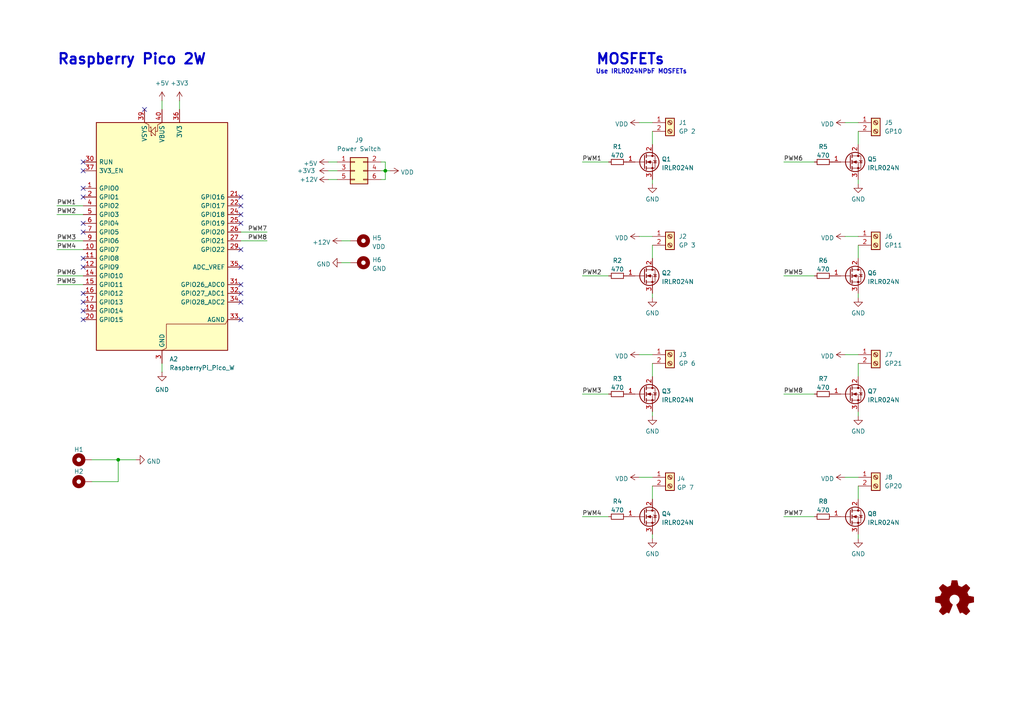
<source format=kicad_sch>
(kicad_sch (version 20250114) (generator "eeschema") (generator_version "9.0")
  (paper "A4")
  (title_block (title "HAPico") (date "2026-01-11") (rev "01") (comment 1 "Author: Martin Weigel") (comment 4 "MOSFET board for the Raspberry Pi 2W"))
  (lib_symbols
    (symbol "+5V_1" (power) (pin_numbers (hide yes)) (pin_names (offset 0) (hide yes))
      (property "Value" "+5V" (at 0 3.556 0))
      (symbol "+5V_1_0_1"
        (polyline (pts (xy -0.762 1.27) (xy 0 2.54)))
        (polyline (pts (xy 0 2.54) (xy 0.762 1.27)))
        (polyline (pts (xy 0 0) (xy 0 2.54)))
      )
      (symbol "+5V_1_1_1"
        (pin power_in line (at 0 0 90) (length 0) (name "~") (number "1"))
      )
    )
    (symbol "Connector:Screw_Terminal_01x02" (pin_names (offset 1.016) (hide yes))
      (property "Reference" "J" (at 0 2.54 0))
      (property "Value" "Screw_Terminal_01x02" (at 0 -5.08 0))
      (symbol "Screw_Terminal_01x02_1_1"
        (rectangle (start -1.27 1.27) (end 1.27 -3.81) (stroke (width 0.254)) (fill (type background)))
        (polyline (pts (xy -0.5334 0.3302) (xy 0.3302 -0.508)) (stroke (width 0.1524)))
        (polyline (pts (xy -0.5334 -2.2098) (xy 0.3302 -3.048)) (stroke (width 0.1524)))
        (polyline (pts (xy -0.3556 0.508) (xy 0.508 -0.3302)) (stroke (width 0.1524)))
        (polyline (pts (xy -0.3556 -2.032) (xy 0.508 -2.8702)) (stroke (width 0.1524)))
        (circle (center 0 0) (radius 0.635) (stroke (width 0.1524)))
        (circle (center 0 -2.54) (radius 0.635) (stroke (width 0.1524)))
        (pin passive line (at -5.08 0 0) (length 3.81) (name "Pin_1") (number "1"))
        (pin passive line (at -5.08 -2.54 0) (length 3.81) (name "Pin_2") (number "2"))
      )
    )
    (symbol "Connector_Generic:Conn_02x03_Odd_Even" (pin_names (offset 1.016) (hide yes))
      (property "Reference" "J" (at 1.27 5.08 0))
      (property "Value" "Conn_02x03_Odd_Even" (at 1.27 -5.08 0))
      (symbol "Conn_02x03_Odd_Even_1_1"
        (rectangle (start -1.27 3.81) (end 3.81 -3.81) (stroke (width 0.254)) (fill (type background)))
        (rectangle (start -1.27 2.667) (end 0 2.413) (stroke (width 0.1524)))
        (rectangle (start -1.27 0.127) (end 0 -0.127) (stroke (width 0.1524)))
        (rectangle (start -1.27 -2.413) (end 0 -2.667) (stroke (width 0.1524)))
        (rectangle (start 3.81 2.667) (end 2.54 2.413) (stroke (width 0.1524)))
        (rectangle (start 3.81 0.127) (end 2.54 -0.127) (stroke (width 0.1524)))
        (rectangle (start 3.81 -2.413) (end 2.54 -2.667) (stroke (width 0.1524)))
        (pin passive line (at -5.08 2.54 0) (length 3.81) (name "Pin_1") (number "1"))
        (pin passive line (at -5.08 0 0) (length 3.81) (name "Pin_3") (number "3"))
        (pin passive line (at -5.08 -2.54 0) (length 3.81) (name "Pin_5") (number "5"))
        (pin passive line (at 7.62 2.54 180) (length 3.81) (name "Pin_2") (number "2"))
        (pin passive line (at 7.62 0 180) (length 3.81) (name "Pin_4") (number "4"))
        (pin passive line (at 7.62 -2.54 180) (length 3.81) (name "Pin_6") (number "6"))
      )
    )
    (symbol "Device:R_Small" (pin_numbers (hide yes)) (pin_names (offset 0.254) (hide yes))
      (property "Reference" "R" (at 0.762 0.508 0))
      (property "Value" "R_Small" (at 0.762 -1.016 0))
      (symbol "R_Small_0_1"
        (rectangle (start -0.762 1.778) (end 0.762 -1.778) (stroke (width 0.2032)))
      )
      (symbol "R_Small_1_1"
        (pin passive line (at 0 2.54 270) (length 0.762) (name "~") (number "1"))
        (pin passive line (at 0 -2.54 90) (length 0.762) (name "~") (number "2"))
      )
    )
    (symbol "GND_1" (power) (pin_numbers (hide yes)) (pin_names (offset 0) (hide yes))
      (property "Value" "GND" (at 0 -3.81 0))
      (symbol "GND_1_0_1"
        (polyline (pts (xy 0 0) (xy 0 -1.27) (xy 1.27 -1.27) (xy 0 -2.54) (xy -1.27 -1.27) (xy 0 -1.27)))
      )
      (symbol "GND_1_1_1"
        (pin power_in line (at 0 0 270) (length 0) (name "~") (number "1"))
      )
    )
    (symbol "Graphic:Logo_Open_Hardware_Small" (pin_names (offset 1.016))
      (symbol "Logo_Open_Hardware_Small_0_1"
        (polyline (pts (xy 3.3528 -4.3434) (xy 3.302 -4.318) (xy 3.175 -4.2418) (xy 2.9972 -4.1148) (xy 2.7686 -3.9624) (xy 2.54 -3.81) (xy 2.3622 -3.7084) (xy 2.2352 -3.6068) (xy 2.1844 -3.5814) (xy 2.159 -3.6068) (xy 2.0574 -3.6576) (xy 1.905 -3.7338) (xy 1.8034 -3.7846) (xy 1.6764 -3.8354) (xy 1.6002 -3.8354) (xy 1.6002 -3.8354) (xy 1.5494 -3.7338) (xy 1.4732 -3.5306) (xy 1.3462 -3.302) (xy 1.2446 -3.0226) (xy 1.1176 -2.7178) (xy 0.9652 -2.413) (xy 0.8636 -2.1082) (xy 0.7366 -1.8288) (xy 0.6604 -1.6256) (xy 0.6096 -1.4732) (xy 0.5842 -1.397) (xy 0.5842 -1.397) (xy 0.6604 -1.3208) (xy 0.7874 -1.2446) (xy 1.0414 -1.016) (xy 1.2954 -0.6858) (xy 1.4478 -0.3302) (xy 1.524 0.0762) (xy 1.4732 0.4572) (xy 1.3208 0.8128) (xy 1.0668 1.143) (xy 0.762 1.3716) (xy 0.4064 1.524) (xy 0 1.5748) (xy -0.381 1.5494) (xy -0.7366 1.397) (xy -1.0668 1.143) (xy -1.2192 0.9906) (xy -1.397 0.6604) (xy -1.524 0.3048) (xy -1.524 0.2286) (xy -1.4986 -0.1778) (xy -1.397 -0.5334) (xy -1.1938 -0.8636) (xy -0.9144 -1.143) (xy -0.8636 -1.1684) (xy -0.7366 -1.27) (xy -0.635 -1.3462) (xy -0.5842 -1.397) (xy -1.0668 -2.5908) (xy -1.143 -2.794) (xy -1.2954 -3.1242) (xy -1.397 -3.4036) (xy -1.4986 -3.6322) (xy -1.5748 -3.7846) (xy -1.6002 -3.8354) (xy -1.6002 -3.8354) (xy -1.651 -3.8354) (xy -1.7272 -3.81) (xy -1.905 -3.7338) (xy -2.0066 -3.683) (xy -2.1336 -3.6068) (xy -2.2098 -3.5814) (xy -2.2606 -3.6068) (xy -2.3622 -3.683) (xy -2.54 -3.81) (xy -2.7686 -3.9624) (xy -2.9718 -4.0894) (xy -3.1496 -4.2164) (xy -3.302 -4.318) (xy -3.3528 -4.3434) (xy -3.3782 -4.3434) (xy -3.429 -4.318) (xy -3.5306 -4.2164) (xy -3.7084 -4.064) (xy -3.937 -3.8354) (xy -3.9624 -3.81) (xy -4.1656 -3.6068) (xy -4.318 -3.4544) (xy -4.4196 -3.3274) (xy -4.445 -3.2766) (xy -4.445 -3.2766) (xy -4.4196 -3.2258) (xy -4.318 -3.0734) (xy -4.2164 -2.8956) (xy -4.064 -2.667) (xy -3.6576 -2.0828) (xy -3.8862 -1.5494) (xy -3.937 -1.3716) (xy -4.0386 -1.1684) (xy -4.0894 -1.0414) (xy -4.1148 -0.9652) (xy -4.191 -0.9398) (xy -4.318 -0.9144) (xy -4.5466 -0.8636) (xy -4.8006 -0.8128) (xy -5.0546 -0.7874) (xy -5.2578 -0.7366) (xy -5.4356 -0.7112) (xy -5.5118 -0.6858) (xy -5.5118 -0.6858) (xy -5.5372 -0.635) (xy -5.5372 -0.5588) (xy -5.5372 -0.4318) (xy -5.5626 -0.2286) (xy -5.5626 0.0762) (xy -5.5626 0.127) (xy -5.5372 0.4064) (xy -5.5372 0.635) (xy -5.5372 0.762) (xy -5.5372 0.8382) (xy -5.5372 0.8382) (xy -5.461 0.8382) (xy -5.3086 0.889) (xy -5.08 0.9144) (xy -4.826 0.9652) (xy -4.8006 0.9906) (xy -4.5466 1.0414) (xy -4.318 1.0668) (xy -4.1656 1.1176) (xy -4.0894 1.143) (xy -4.0894 1.143) (xy -4.0386 1.2446) (xy -3.9624 1.4224) (xy -3.8608 1.6256) (xy -3.7846 1.8288) (xy -3.7084 2.0066) (xy -3.6576 2.159) (xy -3.6322 2.2098) (xy -3.6322 2.2098) (xy -3.683 2.286) (xy -3.7592 2.413) (xy -3.8862 2.5908) (xy -4.064 2.8194) (xy -4.064 2.8448) (xy -4.2164 3.0734) (xy -4.3434 3.2512) (xy -4.4196 3.3782) (xy -4.445 3.4544) (xy -4.445 3.4544) (xy -4.3942 3.5052) (xy -4.2926 3.6322) (xy -4.1148 3.81) (xy -3.937 4.0132) (xy -3.8608 4.064) (xy -3.6576 4.2926) (xy -3.5052 4.4196) (xy -3.4036 4.4958) (xy -3.3528 4.5212) (xy -3.3528 4.5212) (xy -3.302 4.4704) (xy -3.1496 4.3688) (xy -2.9718 4.2418) (xy -2.7432 4.0894) (xy -2.7178 4.0894) (xy -2.4892 3.937) (xy -2.3114 3.81) (xy -2.1844 3.7084) (xy -2.1336 3.683) (xy -2.1082 3.683) (xy -2.032 3.7084) (xy -1.8542 3.7592) (xy -1.6764 3.8354) (xy -1.4732 3.937) (xy -1.27 4.0132) (xy -1.143 4.064) (xy -1.0668 4.1148) (xy -1.0668 4.1148) (xy -1.0414 4.191) (xy -1.016 4.3434) (xy -0.9652 4.572) (xy -0.9144 4.8514) (xy -0.889 4.9022) (xy -0.8382 5.1562) (xy -0.8128 5.3848) (xy -0.7874 5.5372) (xy -0.762 5.588) (xy -0.7112 5.6134) (xy -0.5842 5.6134) (xy -0.4064 5.6134) (xy -0.1524 5.6134) (xy 0.0762 5.6134) (xy 0.3302 5.6134) (xy 0.5334 5.6134) (xy 0.6858 5.588) (xy 0.7366 5.588) (xy 0.7366 5.588) (xy 0.762 5.5118) (xy 0.8128 5.334) (xy 0.8382 5.1054) (xy 0.9144 4.826) (xy 0.9144 4.7752) (xy 0.9652 4.5212) (xy 1.016 4.2926) (xy 1.0414 4.1402) (xy 1.0668 4.0894) (xy 1.0668 4.0894) (xy 1.1938 4.0386) (xy 1.3716 3.9624) (xy 1.5748 3.8608) (xy 2.0828 3.6576) (xy 2.7178 4.0894) (xy 2.7686 4.1402) (xy 2.9972 4.2926) (xy 3.175 4.4196) (xy 3.302 4.4958) (xy 3.3782 4.5212) (xy 3.3782 4.5212) (xy 3.429 4.4704) (xy 3.556 4.3434) (xy 3.7338 4.191) (xy 3.9116 3.9878) (xy 4.064 3.8354) (xy 4.2418 3.6576) (xy 4.3434 3.556) (xy 4.4196 3.4798) (xy 4.4196 3.429) (xy 4.4196 3.4036) (xy 4.3942 3.3274) (xy 4.2926 3.2004) (xy 4.1656 2.9972) (xy 4.0132 2.794) (xy 3.8862 2.5908) (xy 3.7592 2.3876) (xy 3.6576 2.2352) (xy 3.6322 2.159) (xy 3.6322 2.1336) (xy 3.683 2.0066) (xy 3.7592 1.8288) (xy 3.8608 1.6002) (xy 4.064 1.1176) (xy 4.3942 1.0414) (xy 4.5974 1.016) (xy 4.8768 0.9652) (xy 5.1308 0.9144) (xy 5.5372 0.8382) (xy 5.5626 -0.6604) (xy 5.4864 -0.6858) (xy 5.4356 -0.6858) (xy 5.2832 -0.7366) (xy 5.0546 -0.762) (xy 4.8006 -0.8128) (xy 4.5974 -0.8636) (xy 4.3688 -0.9144) (xy 4.2164 -0.9398) (xy 4.1402 -0.9398) (xy 4.1148 -0.9652) (xy 4.064 -1.0668) (xy 3.9878 -1.2446) (xy 3.9116 -1.4478) (xy 3.81 -1.651) (xy 3.7338 -1.8542) (xy 3.683 -2.0066) (xy 3.6576 -2.0828) (xy 3.683 -2.1336) (xy 3.7846 -2.2606) (xy 3.8862 -2.4638) (xy 4.0386 -2.667) (xy 4.191 -2.8956) (xy 4.318 -3.0734) (xy 4.3942 -3.2004) (xy 4.445 -3.2766) (xy 4.4196 -3.3274) (xy 4.3434 -3.429) (xy 4.1656 -3.5814) (xy 3.937 -3.8354) (xy 3.8862 -3.8608) (xy 3.683 -4.064) (xy 3.5306 -4.2164) (xy 3.4036 -4.318) (xy 3.3528 -4.3434)) (fill (type outline)))
      )
    )
    (symbol "MCU_Module:RaspberryPi_Pico_W" (pin_names (offset 0.762))
      (property "Reference" "A" (at -19.05 35.56 0))
      (property "Value" "RaspberryPi_Pico_W" (at 7.62 35.56 0))
      (symbol "RaspberryPi_Pico_W_0_1"
        (rectangle (start -19.05 34.29) (end 19.05 -31.75) (stroke (width 0.254)) (fill (type background)))
        (polyline (pts (xy -5.08 34.29) (xy -3.81 33.655) (xy -3.81 31.75) (xy -3.175 31.75)))
        (polyline (pts (xy -3.429 32.766) (xy -3.429 33.02) (xy -3.175 33.02) (xy -3.175 30.48) (xy -2.921 30.48) (xy -2.921 30.734)))
        (polyline (pts (xy -3.175 31.75) (xy -1.905 33.02) (xy -1.905 30.48) (xy -3.175 31.75)))
        (polyline (pts (xy 0 34.29) (xy -1.27 33.655) (xy -1.27 31.75) (xy -1.905 31.75)))
        (polyline (pts (xy 0 -31.75) (xy 1.27 -31.115) (xy 1.27 -24.13) (xy 18.415 -24.13) (xy 19.05 -22.86)))
      )
      (symbol "RaspberryPi_Pico_W_1_1"
        (pin passive line (at -22.86 22.86 0) (length 3.81) (name "RUN") (number "30"))
        (pin passive line (at -22.86 20.32 0) (length 3.81) (name "3V3_EN") (number "37"))
        (pin bidirectional line (at -22.86 15.24 0) (length 3.81) (name "GPIO0") (number "1"))
        (pin bidirectional line (at -22.86 12.7 0) (length 3.81) (name "GPIO1") (number "2"))
        (pin bidirectional line (at -22.86 10.16 0) (length 3.81) (name "GPIO2") (number "4"))
        (pin bidirectional line (at -22.86 7.62 0) (length 3.81) (name "GPIO3") (number "5"))
        (pin bidirectional line (at -22.86 5.08 0) (length 3.81) (name "GPIO4") (number "6"))
        (pin bidirectional line (at -22.86 2.54 0) (length 3.81) (name "GPIO5") (number "7"))
        (pin bidirectional line (at -22.86 0 0) (length 3.81) (name "GPIO6") (number "9"))
        (pin bidirectional line (at -22.86 -2.54 0) (length 3.81) (name "GPIO7") (number "10"))
        (pin bidirectional line (at -22.86 -5.08 0) (length 3.81) (name "GPIO8") (number "11"))
        (pin bidirectional line (at -22.86 -7.62 0) (length 3.81) (name "GPIO9") (number "12"))
        (pin bidirectional line (at -22.86 -10.16 0) (length 3.81) (name "GPIO10") (number "14"))
        (pin bidirectional line (at -22.86 -12.7 0) (length 3.81) (name "GPIO11") (number "15"))
        (pin bidirectional line (at -22.86 -15.24 0) (length 3.81) (name "GPIO12") (number "16"))
        (pin bidirectional line (at -22.86 -17.78 0) (length 3.81) (name "GPIO13") (number "17"))
        (pin bidirectional line (at -22.86 -20.32 0) (length 3.81) (name "GPIO14") (number "19"))
        (pin bidirectional line (at -22.86 -22.86 0) (length 3.81) (name "GPIO15") (number "20"))
        (pin power_in line (at -5.08 38.1 270) (length 3.81) (name "VSYS") (number "39"))
        (pin power_out line (at 0 38.1 270) (length 3.81) (name "VBUS") (number "40"))
        (pin passive line (at 0 -35.56 90) (length 3.81) (hide yes) (name "GND") (number "13"))
        (pin passive line (at 0 -35.56 90) (length 3.81) (hide yes) (name "GND") (number "18"))
        (pin passive line (at 0 -35.56 90) (length 3.81) (hide yes) (name "GND") (number "23"))
        (pin passive line (at 0 -35.56 90) (length 3.81) (hide yes) (name "GND") (number "28"))
        (pin power_out line (at 0 -35.56 90) (length 3.81) (name "GND") (number "3"))
        (pin passive line (at 0 -35.56 90) (length 3.81) (hide yes) (name "GND") (number "38"))
        (pin passive line (at 0 -35.56 90) (length 3.81) (hide yes) (name "GND") (number "8"))
        (pin power_out line (at 5.08 38.1 270) (length 3.81) (name "3V3") (number "36"))
        (pin bidirectional line (at 22.86 12.7 180) (length 3.81) (name "GPIO16") (number "21"))
        (pin bidirectional line (at 22.86 10.16 180) (length 3.81) (name "GPIO17") (number "22"))
        (pin bidirectional line (at 22.86 7.62 180) (length 3.81) (name "GPIO18") (number "24"))
        (pin bidirectional line (at 22.86 5.08 180) (length 3.81) (name "GPIO19") (number "25"))
        (pin bidirectional line (at 22.86 2.54 180) (length 3.81) (name "GPIO20") (number "26"))
        (pin bidirectional line (at 22.86 0 180) (length 3.81) (name "GPIO21") (number "27"))
        (pin bidirectional line (at 22.86 -2.54 180) (length 3.81) (name "GPIO22") (number "29"))
        (pin power_in line (at 22.86 -7.62 180) (length 3.81) (name "ADC_VREF") (number "35"))
        (pin bidirectional line (at 22.86 -12.7 180) (length 3.81) (name "GPIO26_ADC0") (number "31"))
        (pin bidirectional line (at 22.86 -15.24 180) (length 3.81) (name "GPIO27_ADC1") (number "32"))
        (pin bidirectional line (at 22.86 -17.78 180) (length 3.81) (name "GPIO28_ADC2") (number "34"))
        (pin power_out line (at 22.86 -22.86 180) (length 3.81) (name "AGND") (number "33"))
      )
    )
    (symbol "Mechanical:MountingHole_Pad" (pin_numbers (hide yes)) (pin_names (offset 1.016) (hide yes))
      (property "Reference" "H" (at 0 6.35 0))
      (property "Value" "MountingHole_Pad" (at 0 4.445 0))
      (symbol "MountingHole_Pad_0_1"
        (circle (center 0 1.27) (radius 1.27) (stroke (width 1.27)))
      )
      (symbol "MountingHole_Pad_1_1"
        (pin input line (at 0 -2.54 90) (length 2.54) (name "1") (number "1"))
      )
    )
    (symbol "Transistor_FET:STD7NK40Z" (pin_names (hide yes))
      (property "Reference" "Q" (at 5.08 1.905 0))
      (property "Value" "STD7NK40Z" (at 5.08 0 0))
      (symbol "STD7NK40Z_0_1"
        (polyline (pts (xy 0.254 1.905) (xy 0.254 -1.905)) (stroke (width 0.254)))
        (polyline (pts (xy 0.254 0) (xy -2.54 0)))
        (polyline (pts (xy 0.762 2.286) (xy 0.762 1.27)) (stroke (width 0.254)))
        (polyline (pts (xy 0.762 0.508) (xy 0.762 -0.508)) (stroke (width 0.254)))
        (polyline (pts (xy 0.762 -1.27) (xy 0.762 -2.286)) (stroke (width 0.254)))
        (polyline (pts (xy 0.762 -1.778) (xy 3.302 -1.778) (xy 3.302 1.778) (xy 0.762 1.778)))
        (polyline (pts (xy 1.016 0) (xy 2.032 0.381) (xy 2.032 -0.381) (xy 1.016 0)) (fill (type outline)))
        (circle (center 1.651 0) (radius 2.794) (stroke (width 0.254)))
        (polyline (pts (xy 2.54 2.54) (xy 2.54 1.778)))
        (circle (center 2.54 1.778) (radius 0.254) (fill (type outline)))
        (circle (center 2.54 -1.778) (radius 0.254) (fill (type outline)))
        (polyline (pts (xy 2.54 -2.54) (xy 2.54 0) (xy 0.762 0)))
        (polyline (pts (xy 2.794 0.508) (xy 2.921 0.381) (xy 3.683 0.381) (xy 3.81 0.254)))
        (polyline (pts (xy 3.302 0.381) (xy 2.921 -0.254) (xy 3.683 -0.254) (xy 3.302 0.381)))
      )
      (symbol "STD7NK40Z_1_1"
        (pin passive line (at -5.08 0 0) (length 2.54) (name "G") (number "1"))
        (pin passive line (at 2.54 5.08 270) (length 2.54) (name "D") (number "2"))
        (pin passive line (at 2.54 -5.08 90) (length 2.54) (name "S") (number "3"))
      )
    )
    (symbol "power:+12V" (power) (pin_names (offset 0))
      (property "Value" "+12V" (at 0 3.556 0))
      (symbol "+12V_0_1"
        (polyline (pts (xy -0.762 1.27) (xy 0 2.54)))
        (polyline (pts (xy 0 2.54) (xy 0.762 1.27)))
        (polyline (pts (xy 0 0) (xy 0 2.54)))
      )
      (symbol "+12V_1_1"
        (pin power_in line (at 0 0 90) (length 0) (hide yes) (name "+12V") (number "1"))
      )
    )
    (symbol "power:+3V3" (power) (pin_numbers (hide yes)) (pin_names (offset 0) (hide yes))
      (property "Value" "+3V3" (at 0 3.556 0))
      (symbol "+3V3_0_1"
        (polyline (pts (xy -0.762 1.27) (xy 0 2.54)))
        (polyline (pts (xy 0 2.54) (xy 0.762 1.27)))
        (polyline (pts (xy 0 0) (xy 0 2.54)))
      )
      (symbol "+3V3_1_1"
        (pin power_in line (at 0 0 90) (length 0) (name "~") (number "1"))
      )
    )
    (symbol "power:+5V" (power) (pin_names (offset 0))
      (property "Value" "+5V" (at 0 3.556 0))
      (symbol "+5V_0_1"
        (polyline (pts (xy -0.762 1.27) (xy 0 2.54)))
        (polyline (pts (xy 0 2.54) (xy 0.762 1.27)))
        (polyline (pts (xy 0 0) (xy 0 2.54)))
      )
      (symbol "+5V_1_1"
        (pin power_in line (at 0 0 90) (length 0) (hide yes) (name "+5V") (number "1"))
      )
    )
    (symbol "power:GND" (power) (pin_names (offset 0))
      (property "Value" "GND" (at 0 -3.81 0))
      (symbol "GND_0_1"
        (polyline (pts (xy 0 0) (xy 0 -1.27) (xy 1.27 -1.27) (xy 0 -2.54) (xy -1.27 -1.27) (xy 0 -1.27)))
      )
      (symbol "GND_1_1"
        (pin power_in line (at 0 0 270) (length 0) (hide yes) (name "GND") (number "1"))
      )
    )
    (symbol "power:VDD" (power) (pin_names (offset 0))
      (property "Value" "VDD" (at 0 3.81 0))
      (symbol "VDD_0_1"
        (polyline (pts (xy -0.762 1.27) (xy 0 2.54)))
        (polyline (pts (xy 0 2.54) (xy 0.762 1.27)))
        (polyline (pts (xy 0 0) (xy 0 2.54)))
      )
      (symbol "VDD_1_1"
        (pin power_in line (at 0 0 90) (length 0) (hide yes) (name "VDD") (number "1"))
      )
    )
  )
  (text "Raspberry Pico 2W" (at 16.51 19.05 0) (effects (font (size 3 3) (thickness 0.6) (bold yes)) (justify left bottom)))
  (text "MOSFETs" (at 172.72 19.05 0) (effects (font (size 3 3) (thickness 0.6) (bold yes)) (justify left bottom)))
  (text "Use IRLR024NPbF MOSFETs\n" (at 172.72 21.59 0) (effects (font (size 1.27 1.27) (thickness 0.254) (bold yes)) (justify left bottom)))
  (junction (at 34.29 133.35))
  (junction (at 111.76 49.53))
  (no_connect (at 24.13 85.09))
  (no_connect (at 69.85 59.69))
  (no_connect (at 69.85 72.39))
  (no_connect (at 24.13 67.31))
  (no_connect (at 41.91 31.75))
  (no_connect (at 69.85 62.23))
  (no_connect (at 24.13 46.99))
  (no_connect (at 24.13 49.53))
  (no_connect (at 69.85 77.47))
  (no_connect (at 69.85 82.55))
  (no_connect (at 69.85 85.09))
  (no_connect (at 69.85 92.71))
  (no_connect (at 24.13 90.17))
  (no_connect (at 69.85 64.77))
  (no_connect (at 24.13 87.63))
  (no_connect (at 24.13 77.47))
  (no_connect (at 69.85 87.63))
  (no_connect (at 69.85 57.15))
  (no_connect (at 24.13 74.93))
  (no_connect (at 24.13 92.71))
  (no_connect (at 24.13 54.61))
  (no_connect (at 24.13 64.77))
  (no_connect (at 24.13 57.15))
  (wire (pts (xy 24.13 82.55) (xy 16.51 82.55)))
  (wire (pts (xy 110.49 49.53) (xy 111.76 49.53)))
  (wire (pts (xy 34.29 133.35) (xy 34.29 139.7)))
  (wire (pts (xy 245.11 35.56) (xy 248.92 35.56)))
  (wire (pts (xy 16.51 62.23) (xy 24.13 62.23)))
  (wire (pts (xy 248.92 119.38) (xy 248.92 120.65)))
  (wire (pts (xy 248.92 85.09) (xy 248.92 86.36)))
  (wire (pts (xy 168.91 149.86) (xy 176.53 149.86)))
  (wire (pts (xy 16.51 72.39) (xy 24.13 72.39)))
  (wire (pts (xy 227.33 114.3) (xy 236.22 114.3)))
  (wire (pts (xy 99.06 76.2) (xy 101.6 76.2)))
  (wire (pts (xy 111.76 46.99) (xy 111.76 49.53)))
  (wire (pts (xy 248.92 52.07) (xy 248.92 53.34)))
  (wire (pts (xy 26.67 133.35) (xy 34.29 133.35)))
  (wire (pts (xy 245.11 68.58) (xy 248.92 68.58)))
  (wire (pts (xy 227.33 149.86) (xy 236.22 149.86)))
  (wire (pts (xy 69.85 69.85) (xy 77.47 69.85)))
  (wire (pts (xy 185.42 138.43) (xy 189.23 138.43)))
  (wire (pts (xy 227.33 46.99) (xy 236.22 46.99)))
  (wire (pts (xy 95.25 46.99) (xy 97.79 46.99)))
  (wire (pts (xy 52.07 29.21) (xy 52.07 31.75)))
  (wire (pts (xy 111.76 49.53) (xy 113.03 49.53)))
  (wire (pts (xy 248.92 105.41) (xy 248.92 109.22)))
  (wire (pts (xy 69.85 67.31) (xy 77.47 67.31)))
  (wire (pts (xy 189.23 154.94) (xy 189.23 156.21)))
  (wire (pts (xy 99.06 69.85) (xy 101.6 69.85)))
  (wire (pts (xy 46.99 105.41) (xy 46.99 107.95)))
  (wire (pts (xy 26.67 139.7) (xy 34.29 139.7)))
  (wire (pts (xy 189.23 71.12) (xy 189.23 74.93)))
  (wire (pts (xy 110.49 52.07) (xy 111.76 52.07)))
  (wire (pts (xy 248.92 140.97) (xy 248.92 144.78)))
  (wire (pts (xy 227.33 80.01) (xy 236.22 80.01)))
  (wire (pts (xy 189.23 140.97) (xy 189.23 144.78)))
  (wire (pts (xy 46.99 29.21) (xy 46.99 31.75)))
  (wire (pts (xy 168.91 46.99) (xy 176.53 46.99)))
  (wire (pts (xy 16.51 69.85) (xy 24.13 69.85)))
  (wire (pts (xy 16.51 59.69) (xy 24.13 59.69)))
  (wire (pts (xy 34.29 133.35) (xy 39.37 133.35)))
  (wire (pts (xy 245.11 138.43) (xy 248.92 138.43)))
  (wire (pts (xy 168.91 80.01) (xy 176.53 80.01)))
  (wire (pts (xy 185.42 68.58) (xy 189.23 68.58)))
  (wire (pts (xy 189.23 105.41) (xy 189.23 109.22)))
  (wire (pts (xy 189.23 52.07) (xy 189.23 53.34)))
  (wire (pts (xy 110.49 46.99) (xy 111.76 46.99)))
  (wire (pts (xy 189.23 85.09) (xy 189.23 86.36)))
  (wire (pts (xy 24.13 80.01) (xy 16.51 80.01)))
  (wire (pts (xy 185.42 35.56) (xy 189.23 35.56)))
  (wire (pts (xy 248.92 154.94) (xy 248.92 156.21)))
  (wire (pts (xy 95.25 49.53) (xy 97.79 49.53)))
  (wire (pts (xy 189.23 119.38) (xy 189.23 120.65)))
  (wire (pts (xy 111.76 52.07) (xy 111.76 49.53)))
  (wire (pts (xy 245.11 102.87) (xy 248.92 102.87)))
  (wire (pts (xy 95.25 52.07) (xy 97.79 52.07)))
  (wire (pts (xy 248.92 71.12) (xy 248.92 74.93)))
  (wire (pts (xy 248.92 38.1) (xy 248.92 41.91)))
  (wire (pts (xy 189.23 38.1) (xy 189.23 41.91)))
  (wire (pts (xy 185.42 102.87) (xy 189.23 102.87)))
  (wire (pts (xy 168.91 114.3) (xy 176.53 114.3)))
  (label "PWM6" (at 227.33 46.99 0))
  (label "PWM3" (at 168.91 114.3 0))
  (label "PWM4" (at 168.91 149.86 0))
  (label "PWM2" (at 16.51 62.23 0))
  (label "PWM1" (at 168.91 46.99 0))
  (label "PWM8" (at 77.47 69.85 180))
  (label "PWM6" (at 16.51 80.01 0))
  (label "PWM4" (at 16.51 72.39 0))
  (label "PWM2" (at 168.91 80.01 0))
  (label "PWM8" (at 227.33 114.3 0))
  (label "PWM3" (at 16.51 69.85 0))
  (label "PWM7" (at 77.47 67.31 180))
  (label "PWM7" (at 227.33 149.86 0))
  (label "PWM5" (at 227.33 80.01 0))
  (label "PWM1" (at 16.51 59.69 0))
  (label "PWM5" (at 16.51 82.55 0))
  (symbol (lib_id "Device:R_Small") (at 179.07 149.86 90) (unit 1)
    (property "Reference" "R4" (at 179.07 145.4236 90))
    (property "Value" "470" (at 179.07 147.9605 90))
    (property "Footprint" "Resistor_SMD:R_0805_2012Metric_Pad1.20x1.40mm_HandSolder" (effects (hide yes)))
    (property "LCSC" "0805W8F4700T5E" (effects (hide yes)))
  )
  (symbol (lib_id "Device:R_Small") (at 238.76 80.01 90) (unit 1)
    (property "Reference" "R6" (at 238.76 75.5736 90))
    (property "Value" "470" (at 238.76 78.1105 90))
    (property "Footprint" "Resistor_SMD:R_0805_2012Metric_Pad1.20x1.40mm_HandSolder" (effects (hide yes)))
    (property "LCSC" "0805W8F4700T5E" (effects (hide yes)))
  )
  (symbol (lib_id "Transistor_FET:STD7NK40Z") (at 246.38 114.3 0) (unit 1)
    (property "Reference" "Q7" (at 251.587 113.4653 0) (effects (justify left)))
    (property "Value" "IRLR024N" (at 251.587 116.0022 0) (effects (justify left)))
    (property "Footprint" "Package_TO_SOT_SMD:TO-252-2" (effects (hide yes)))
    (property "Datasheet" "https://www.st.com/resource/en/datasheet/std7nk40zt4.pdf" (effects (hide yes)))
    (property "LCSC" "IRLR024NTRPBF" (effects (hide yes)))
  )
  (symbol (lib_id "Connector:Screw_Terminal_01x02") (at 254 102.87 0) (unit 1) (in_bom no)
    (property "Reference" "J7" (at 256.54 102.8699 0) (effects (justify left)))
    (property "Value" "GP21" (at 256.54 105.4099 0) (effects (justify left)))
    (property "Footprint" "TerminalBlock_Phoenix:TerminalBlock_Phoenix_MPT-0,5-2-2.54_1x02_P2.54mm_Horizontal" (effects (hide yes)))
  )
  (symbol (lib_id "Graphic:Logo_Open_Hardware_Small") (at 276.86 173.99 0) (unit 1)
    (property "Reference" "#LOGO1" (effects (hide yes)))
    (property "Value" "Logo_Open_Hardware_Small" (effects (hide yes)))
  )
  (symbol (lib_id "Connector:Screw_Terminal_01x02") (at 254 35.56 0) (unit 1) (in_bom no)
    (property "Reference" "J5" (at 256.54 35.5599 0) (effects (justify left)))
    (property "Value" "GP10" (at 256.54 38.0999 0) (effects (justify left)))
    (property "Footprint" "TerminalBlock_Phoenix:TerminalBlock_Phoenix_MPT-0,5-2-2.54_1x02_P2.54mm_Horizontal" (effects (hide yes)))
  )
  (symbol (lib_id "power:GND") (at 248.92 53.34 0) (unit 1)
    (property "Reference" "#PWR023" (effects (hide yes)))
    (property "Value" "GND" (at 248.92 57.7834 0))
  )
  (symbol (lib_id "Transistor_FET:STD7NK40Z") (at 186.69 46.99 0) (unit 1)
    (property "Reference" "Q1" (at 191.897 46.1553 0) (effects (justify left)))
    (property "Value" "IRLR024N" (at 191.897 48.6922 0) (effects (justify left)))
    (property "Footprint" "Package_TO_SOT_SMD:TO-252-2" (effects (hide yes)))
    (property "Datasheet" "https://www.st.com/resource/en/datasheet/std7nk40zt4.pdf" (effects (hide yes)))
    (property "LCSC PN" "IRLR024NTRPBF" (effects (hide yes)))
  )
  (symbol (lib_id "MCU_Module:RaspberryPi_Pico_W") (at 46.99 69.85 0) (unit 1) (in_bom no)
    (property "Reference" "A2" (at 49.1333 104.14 0) (effects (justify left)))
    (property "Value" "RaspberryPi_Pico_W" (at 49.1333 106.68 0) (effects (justify left)))
    (property "Footprint" "Module:RaspberryPi_Pico_Common_THT" (effects (hide yes)))
    (property "Datasheet" "https://datasheets.raspberrypi.com/picow/pico-w-datasheet.pdf" (effects (hide yes)))
    (property "Description" "Versatile and inexpensive wireless microcontroller module powered by RP2040 dual-core Arm Cortex-M0+ processor up to 133 MHz, 264kB SRAM, 2MB QSPI flash, Infineon CYW43439 2.4GHz 802.11n wireless LAN; also supports Raspberry Pi Pico 2 W" (effects (hide yes)))
  )
  (symbol (lib_id "Connector:Screw_Terminal_01x02") (at 194.31 138.43 0) (unit 1) (in_bom no)
    (property "Reference" "J4" (at 196.342 138.8653 0) (effects (justify left)))
    (property "Value" "GP 7" (at 196.342 141.4022 0) (effects (justify left)))
    (property "Footprint" "TerminalBlock_Phoenix:TerminalBlock_Phoenix_MPT-0,5-2-2.54_1x02_P2.54mm_Horizontal" (effects (hide yes)))
  )
  (symbol (lib_id "power:GND") (at 39.37 133.35 90) (unit 1)
    (property "Reference" "#PWR02" (effects (hide yes)))
    (property "Value" "GND" (at 42.545 133.829 90) (effects (justify right)))
  )
  (symbol (lib_id "power:GND") (at 189.23 120.65 0) (unit 1)
    (property "Reference" "#PWR017" (effects (hide yes)))
    (property "Value" "GND" (at 189.23 125.0934 0))
  )
  (symbol (lib_id "power:GND") (at 189.23 53.34 0) (unit 1)
    (property "Reference" "#PWR015" (effects (hide yes)))
    (property "Value" "GND" (at 189.23 57.7834 0))
  )
  (symbol (lib_id "power:VDD") (at 185.42 138.43 90) (unit 1)
    (property "Reference" "#PWR014" (effects (hide yes)))
    (property "Value" "VDD" (at 182.245 138.8638 90) (effects (justify left)))
  )
  (symbol (lib_id "Transistor_FET:STD7NK40Z") (at 186.69 114.3 0) (unit 1)
    (property "Reference" "Q3" (at 191.897 113.4653 0) (effects (justify left)))
    (property "Value" "IRLR024N" (at 191.897 116.0022 0) (effects (justify left)))
    (property "Footprint" "Package_TO_SOT_SMD:TO-252-2" (effects (hide yes)))
    (property "Datasheet" "https://www.st.com/resource/en/datasheet/std7nk40zt4.pdf" (effects (hide yes)))
    (property "LCSC" "IRLR024NTRPBF" (effects (hide yes)))
  )
  (symbol (lib_id "power:+3V3") (at 95.25 49.53 90) (unit 1)
    (property "Reference" "#PWR01" (effects (hide yes)))
    (property "Value" "+3V3" (at 91.44 49.5299 90) (effects (justify left)))
    (property "Description" "Power symbol creates a global label with name \"+3V3\"" (effects (hide yes)))
  )
  (symbol (lib_id "power:+12V") (at 95.25 52.07 90) (unit 1)
    (property "Reference" "#PWR0102" (effects (hide yes)))
    (property "Value" "+12V" (at 92.202 52.07 90) (effects (justify left)))
  )
  (symbol (lib_id "Mechanical:MountingHole_Pad") (at 24.13 139.7 90) (unit 1)
    (property "Reference" "H2" (at 22.86 136.7305 90))
    (property "Value" "MountingHole_Pad" (effects (hide yes)))
    (property "Footprint" "MountingHole:MountingHole_3.2mm_M3_DIN965_Pad" (effects (hide yes)))
  )
  (symbol (lib_id "power:GND") (at 189.23 86.36 0) (unit 1)
    (property "Reference" "#PWR016" (effects (hide yes)))
    (property "Value" "GND" (at 189.23 90.8034 0))
  )
  (symbol (lib_id "Connector_Generic:Conn_02x03_Odd_Even") (at 102.87 49.53 0) (unit 1)
    (property "Reference" "J9" (at 104.14 40.64 0))
    (property "Value" "Power Switch" (at 104.14 43.18 0))
    (property "Footprint" "Connector_PinHeader_2.54mm:PinHeader_2x03_P2.54mm_Vertical" (effects (hide yes)))
    (property "Description" "Generic connector, double row, 02x03, odd/even pin numbering scheme (row 1 odd numbers, row 2 even numbers), script generated (kicad-library-utils/schlib/autogen/connector/)" (effects (hide yes)))
  )
  (symbol (lib_id "Device:R_Small") (at 179.07 46.99 90) (unit 1)
    (property "Reference" "R1" (at 179.07 42.5536 90))
    (property "Value" "470" (at 179.07 45.0905 90))
    (property "Footprint" "Resistor_SMD:R_0805_2012Metric_Pad1.20x1.40mm_HandSolder" (effects (hide yes)))
    (property "LCSC" "0805W8F4700T5E" (effects (hide yes)))
  )
  (symbol (lib_id "power:GND") (at 248.92 120.65 0) (unit 1)
    (property "Reference" "#PWR025" (effects (hide yes)))
    (property "Value" "GND" (at 248.92 125.0934 0))
  )
  (symbol (lib_id "Device:R_Small") (at 238.76 46.99 90) (unit 1)
    (property "Reference" "R5" (at 238.76 42.5536 90))
    (property "Value" "470" (at 238.76 45.0905 90))
    (property "Footprint" "Resistor_SMD:R_0805_2012Metric_Pad1.20x1.40mm_HandSolder" (effects (hide yes)))
    (property "LCSC" "0805W8F4700T5E" (effects (hide yes)))
  )
  (symbol (lib_id "power:VDD") (at 245.11 35.56 90) (unit 1)
    (property "Reference" "#PWR019" (effects (hide yes)))
    (property "Value" "VDD" (at 241.935 35.9938 90) (effects (justify left)))
  )
  (symbol (lib_id "Transistor_FET:STD7NK40Z") (at 186.69 80.01 0) (unit 1)
    (property "Reference" "Q2" (at 191.897 79.1753 0) (effects (justify left)))
    (property "Value" "IRLR024N" (at 191.897 81.7122 0) (effects (justify left)))
    (property "Footprint" "Package_TO_SOT_SMD:TO-252-2" (effects (hide yes)))
    (property "Datasheet" "https://www.st.com/resource/en/datasheet/std7nk40zt4.pdf" (effects (hide yes)))
    (property "LCSC" "IRLR024NTRPBF" (effects (hide yes)))
  )
  (symbol (lib_id "Transistor_FET:STD7NK40Z") (at 246.38 80.01 0) (unit 1)
    (property "Reference" "Q6" (at 251.587 79.1753 0) (effects (justify left)))
    (property "Value" "IRLR024N" (at 251.587 81.7122 0) (effects (justify left)))
    (property "Footprint" "Package_TO_SOT_SMD:TO-252-2" (effects (hide yes)))
    (property "Datasheet" "https://www.st.com/resource/en/datasheet/std7nk40zt4.pdf" (effects (hide yes)))
    (property "LCSC" "IRLR024NTRPBF" (effects (hide yes)))
  )
  (symbol (lib_id "power:VDD") (at 113.03 49.53 270) (unit 1)
    (property "Reference" "#PWR0103" (effects (hide yes)))
    (property "Value" "VDD" (at 116.205 49.9638 90) (effects (justify left)))
  )
  (symbol (lib_id "power:GND") (at 248.92 156.21 0) (unit 1)
    (property "Reference" "#PWR026" (effects (hide yes)))
    (property "Value" "GND" (at 248.92 160.6534 0))
  )
  (symbol (lib_id "Connector:Screw_Terminal_01x02") (at 254 138.43 0) (unit 1) (in_bom no)
    (property "Reference" "J8" (at 256.54 138.4299 0) (effects (justify left)))
    (property "Value" "GP20" (at 256.54 140.9699 0) (effects (justify left)))
    (property "Footprint" "TerminalBlock_Phoenix:TerminalBlock_Phoenix_MPT-0,5-2-2.54_1x02_P2.54mm_Horizontal" (effects (hide yes)))
  )
  (symbol (lib_id "Transistor_FET:STD7NK40Z") (at 246.38 46.99 0) (unit 1)
    (property "Reference" "Q5" (at 251.587 46.1553 0) (effects (justify left)))
    (property "Value" "IRLR024N" (at 251.587 48.6922 0) (effects (justify left)))
    (property "Footprint" "Package_TO_SOT_SMD:TO-252-2" (effects (hide yes)))
    (property "Datasheet" "https://www.st.com/resource/en/datasheet/std7nk40zt4.pdf" (effects (hide yes)))
    (property "LCSC" "IRLR024NTRPBF" (effects (hide yes)))
  )
  (symbol (lib_id "power:+3V3") (at 52.07 29.21 0) (unit 1)
    (property "Reference" "#PWR03" (effects (hide yes)))
    (property "Value" "+3V3" (at 52.07 24.13 0))
    (property "Description" "Power symbol creates a global label with name \"+3V3\"" (effects (hide yes)))
  )
  (symbol (lib_id "power:GND") (at 99.06 76.2 270) (unit 1)
    (property "Reference" "#PWR08" (effects (hide yes)))
    (property "Value" "GND" (at 95.8851 76.6338 90) (effects (justify right)))
  )
  (symbol (lib_id "power:VDD") (at 245.11 102.87 90) (unit 1)
    (property "Reference" "#PWR021" (effects (hide yes)))
    (property "Value" "VDD" (at 241.935 103.3038 90) (effects (justify left)))
  )
  (symbol (lib_id "Transistor_FET:STD7NK40Z") (at 246.38 149.86 0) (unit 1)
    (property "Reference" "Q8" (at 251.587 149.0253 0) (effects (justify left)))
    (property "Value" "IRLR024N" (at 251.587 151.5622 0) (effects (justify left)))
    (property "Footprint" "Package_TO_SOT_SMD:TO-252-2" (effects (hide yes)))
    (property "Datasheet" "https://www.st.com/resource/en/datasheet/std7nk40zt4.pdf" (effects (hide yes)))
    (property "LCSC" "IRLR024NTRPBF" (effects (hide yes)))
  )
  (symbol (lib_id "Mechanical:MountingHole_Pad") (at 104.14 69.85 270) (unit 1)
    (property "Reference" "H5" (at 107.95 69.0153 90) (effects (justify left)))
    (property "Value" "VDD" (at 107.95 71.5522 90) (effects (justify left)))
    (property "Footprint" "TestPoint:TestPoint_THTPad_4.0x4.0mm_Drill2.0mm" (effects (hide yes)))
  )
  (symbol (lib_id "power:VDD") (at 245.11 68.58 90) (unit 1)
    (property "Reference" "#PWR020" (effects (hide yes)))
    (property "Value" "VDD" (at 241.935 69.0138 90) (effects (justify left)))
  )
  (symbol (lib_name "+5V_1") (lib_id "power:+5V") (at 46.99 29.21 0) (unit 1)
    (property "Reference" "#PWR010" (effects (hide yes)))
    (property "Value" "+5V" (at 46.99 24.13 0))
    (property "Description" "Power symbol creates a global label with name \"+5V\"" (effects (hide yes)))
  )
  (symbol (lib_id "Mechanical:MountingHole_Pad") (at 104.14 76.2 270) (unit 1)
    (property "Reference" "H6" (at 107.95 75.3653 90) (effects (justify left)))
    (property "Value" "GND" (at 107.95 77.9022 90) (effects (justify left)))
    (property "Footprint" "TestPoint:TestPoint_THTPad_4.0x4.0mm_Drill2.0mm" (effects (hide yes)))
  )
  (symbol (lib_id "Device:R_Small") (at 238.76 149.86 90) (unit 1)
    (property "Reference" "R8" (at 238.76 145.4236 90))
    (property "Value" "470" (at 238.76 147.9605 90))
    (property "Footprint" "Resistor_SMD:R_0805_2012Metric_Pad1.20x1.40mm_HandSolder" (effects (hide yes)))
    (property "LCSC" "0805W8F4700T5E" (effects (hide yes)))
  )
  (symbol (lib_id "Connector:Screw_Terminal_01x02") (at 194.31 68.58 0) (unit 1) (in_bom no)
    (property "Reference" "J2" (at 196.85 68.5799 0) (effects (justify left)))
    (property "Value" "GP 3" (at 196.85 71.1199 0) (effects (justify left)))
    (property "Footprint" "TerminalBlock_Phoenix:TerminalBlock_Phoenix_MPT-0,5-2-2.54_1x02_P2.54mm_Horizontal" (effects (hide yes)))
  )
  (symbol (lib_id "power:VDD") (at 185.42 102.87 90) (unit 1)
    (property "Reference" "#PWR013" (effects (hide yes)))
    (property "Value" "VDD" (at 182.245 103.3038 90) (effects (justify left)))
  )
  (symbol (lib_id "Mechanical:MountingHole_Pad") (at 24.13 133.35 90) (unit 1)
    (property "Reference" "H1" (at 22.86 130.3805 90))
    (property "Value" "MountingHole_Pad" (effects (hide yes)))
    (property "Footprint" "MountingHole:MountingHole_3.2mm_M3_DIN965_Pad" (effects (hide yes)))
  )
  (symbol (lib_id "power:+5V") (at 95.25 46.99 90) (unit 1)
    (property "Reference" "#PWR06" (effects (hide yes)))
    (property "Value" "+5V" (at 92.0751 47.4238 90) (effects (justify left)))
  )
  (symbol (lib_id "Connector:Screw_Terminal_01x02") (at 254 68.58 0) (unit 1) (in_bom no)
    (property "Reference" "J6" (at 256.54 68.5799 0) (effects (justify left)))
    (property "Value" "GP11" (at 256.54 71.1199 0) (effects (justify left)))
    (property "Footprint" "TerminalBlock_Phoenix:TerminalBlock_Phoenix_MPT-0,5-2-2.54_1x02_P2.54mm_Horizontal" (effects (hide yes)))
  )
  (symbol (lib_id "power:VDD") (at 185.42 35.56 90) (unit 1)
    (property "Reference" "#PWR011" (effects (hide yes)))
    (property "Value" "VDD" (at 182.245 35.9938 90) (effects (justify left)))
  )
  (symbol (lib_id "Device:R_Small") (at 179.07 80.01 90) (unit 1)
    (property "Reference" "R2" (at 179.07 75.5736 90))
    (property "Value" "470" (at 179.07 78.1105 90))
    (property "Footprint" "Resistor_SMD:R_0805_2012Metric_Pad1.20x1.40mm_HandSolder" (effects (hide yes)))
    (property "LCSC" "0805W8F4700T5E" (effects (hide yes)))
  )
  (symbol (lib_id "Transistor_FET:STD7NK40Z") (at 186.69 149.86 0) (unit 1)
    (property "Reference" "Q4" (at 191.897 149.0253 0) (effects (justify left)))
    (property "Value" "IRLR024N" (at 191.897 151.5622 0) (effects (justify left)))
    (property "Footprint" "Package_TO_SOT_SMD:TO-252-2" (effects (hide yes)))
    (property "Datasheet" "https://www.st.com/resource/en/datasheet/std7nk40zt4.pdf" (effects (hide yes)))
    (property "LCSC" "IRLR024NTRPBF" (effects (hide yes)))
  )
  (symbol (lib_id "power:GND") (at 189.23 156.21 0) (unit 1)
    (property "Reference" "#PWR018" (effects (hide yes)))
    (property "Value" "GND" (at 189.23 160.6534 0))
  )
  (symbol (lib_id "power:VDD") (at 185.42 68.58 90) (unit 1)
    (property "Reference" "#PWR012" (effects (hide yes)))
    (property "Value" "VDD" (at 182.245 69.0138 90) (effects (justify left)))
  )
  (symbol (lib_id "Device:R_Small") (at 238.76 114.3 90) (unit 1)
    (property "Reference" "R7" (at 238.76 109.8636 90))
    (property "Value" "470" (at 238.76 112.4005 90))
    (property "Footprint" "Resistor_SMD:R_0805_2012Metric_Pad1.20x1.40mm_HandSolder" (effects (hide yes)))
    (property "LCSC" "0805W8F4700T5E" (effects (hide yes)))
  )
  (symbol (lib_id "Connector:Screw_Terminal_01x02") (at 194.31 102.87 0) (unit 1) (in_bom no)
    (property "Reference" "J3" (at 196.85 102.8699 0) (effects (justify left)))
    (property "Value" "GP 6" (at 196.85 105.4099 0) (effects (justify left)))
    (property "Footprint" "TerminalBlock_Phoenix:TerminalBlock_Phoenix_MPT-0,5-2-2.54_1x02_P2.54mm_Horizontal" (effects (hide yes)))
  )
  (symbol (lib_id "power:VDD") (at 245.11 138.43 90) (unit 1)
    (property "Reference" "#PWR022" (effects (hide yes)))
    (property "Value" "VDD" (at 241.935 138.8638 90) (effects (justify left)))
  )
  (symbol (lib_id "power:+12V") (at 99.06 69.85 90) (unit 1)
    (property "Reference" "#PWR0104" (effects (hide yes)))
    (property "Value" "+12V" (at 95.885 70.2838 90) (effects (justify left)))
  )
  (symbol (lib_id "Connector:Screw_Terminal_01x02") (at 194.31 35.56 0) (unit 1) (in_bom no)
    (property "Reference" "J1" (at 196.85 35.5599 0) (effects (justify left)))
    (property "Value" "GP 2" (at 196.85 38.0999 0) (effects (justify left)))
    (property "Footprint" "TerminalBlock_Phoenix:TerminalBlock_Phoenix_MPT-0,5-2-2.54_1x02_P2.54mm_Horizontal" (effects (hide yes)))
  )
  (symbol (lib_id "power:GND") (at 248.92 86.36 0) (unit 1)
    (property "Reference" "#PWR024" (effects (hide yes)))
    (property "Value" "GND" (at 248.92 90.8034 0))
  )
  (symbol (lib_id "Device:R_Small") (at 179.07 114.3 90) (unit 1)
    (property "Reference" "R3" (at 179.07 109.8636 90))
    (property "Value" "470" (at 179.07 112.4005 90))
    (property "Footprint" "Resistor_SMD:R_0805_2012Metric_Pad1.20x1.40mm_HandSolder" (effects (hide yes)))
    (property "LCSC" "0805W8F4700T5E" (effects (hide yes)))
  )
  (symbol (lib_name "GND_1") (lib_id "power:GND") (at 46.99 107.95 0) (unit 1)
    (property "Reference" "#PWR027" (effects (hide yes)))
    (property "Value" "GND" (at 46.99 113.03 0))
    (property "Description" "Power symbol creates a global label with name \"GND\" , ground" (effects (hide yes)))
  )
)
</source>
